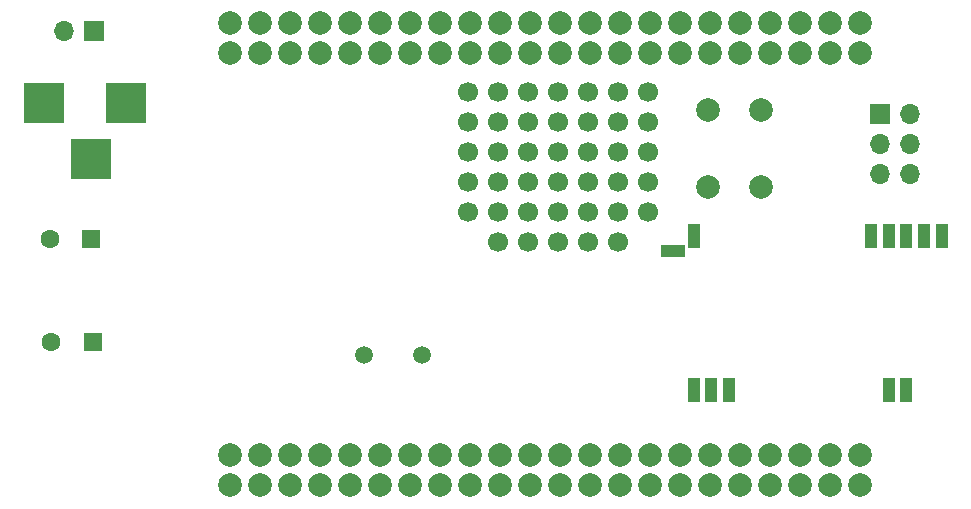
<source format=gbs>
G04 #@! TF.GenerationSoftware,KiCad,Pcbnew,(6.0.5)*
G04 #@! TF.CreationDate,2023-02-02T23:15:04-06:00*
G04 #@! TF.ProjectId,PIC18BT_MCE_Board,50494331-3842-4545-9f4d-43455f426f61,rev?*
G04 #@! TF.SameCoordinates,Original*
G04 #@! TF.FileFunction,Soldermask,Bot*
G04 #@! TF.FilePolarity,Negative*
%FSLAX46Y46*%
G04 Gerber Fmt 4.6, Leading zero omitted, Abs format (unit mm)*
G04 Created by KiCad (PCBNEW (6.0.5)) date 2023-02-02 23:15:04*
%MOMM*%
%LPD*%
G01*
G04 APERTURE LIST*
%ADD10R,1.600000X1.600000*%
%ADD11C,1.600000*%
%ADD12C,1.700000*%
%ADD13C,1.500000*%
%ADD14C,2.000000*%
%ADD15R,3.500000X3.500000*%
%ADD16R,1.700000X1.700000*%
%ADD17O,1.700000X1.700000*%
%ADD18R,1.000000X2.000000*%
%ADD19R,2.000000X1.000000*%
G04 APERTURE END LIST*
D10*
X111752651Y-102400000D03*
D11*
X108252651Y-102400000D03*
D12*
X143510000Y-88900000D03*
X143510000Y-86360000D03*
X151130000Y-91440000D03*
X143510000Y-83820000D03*
X151130000Y-88900000D03*
X151130000Y-83820000D03*
X151130000Y-93980000D03*
X156210000Y-88900000D03*
X153670000Y-93980000D03*
X158750000Y-88900000D03*
X146050000Y-91440000D03*
X148590000Y-81280000D03*
X158750000Y-86360000D03*
X151130000Y-86360000D03*
D13*
X139590000Y-103540000D03*
X134690000Y-103540000D03*
D12*
X153665328Y-83805986D03*
X158750000Y-83820000D03*
X146050000Y-83820000D03*
X143510000Y-81280000D03*
X146050000Y-88900000D03*
X148590000Y-88900000D03*
X151130000Y-81280000D03*
X153665328Y-91425986D03*
D14*
X123330000Y-112000000D03*
X123330000Y-114540000D03*
X125870000Y-112000000D03*
X125870000Y-114540000D03*
X128410000Y-112000000D03*
X128410000Y-114540000D03*
X130950000Y-114540000D03*
X130950000Y-112000000D03*
X133490000Y-112000000D03*
X133490000Y-114540000D03*
X136030000Y-114540000D03*
X136030000Y-112000000D03*
X138570000Y-112000000D03*
X138570000Y-114540000D03*
X141110000Y-114540000D03*
X141110000Y-112000000D03*
X143650000Y-114540000D03*
X143650000Y-112000000D03*
X146190000Y-112000000D03*
X146190000Y-114540000D03*
X148730000Y-112000000D03*
X148730000Y-114540000D03*
X151270000Y-112000000D03*
X151270000Y-114540000D03*
X153810000Y-114540000D03*
X153810000Y-112000000D03*
X156350000Y-112000000D03*
X156350000Y-114540000D03*
X158890000Y-114540000D03*
X158890000Y-112000000D03*
X161430000Y-112000000D03*
X161430000Y-114540000D03*
X163970000Y-114540000D03*
X163970000Y-112000000D03*
X166510000Y-114540000D03*
X166510000Y-112000000D03*
X169050000Y-112000000D03*
X169050000Y-114540000D03*
X171590000Y-112000000D03*
X171590000Y-114540000D03*
X174130000Y-112000000D03*
X174130000Y-114540000D03*
X176670000Y-112000000D03*
X176670000Y-114540000D03*
X176670000Y-75460000D03*
X176670000Y-78000000D03*
X174130000Y-78000000D03*
X174130000Y-75460000D03*
X171590000Y-75460000D03*
X171590000Y-78000000D03*
X169050000Y-78000000D03*
X169050000Y-75460000D03*
X166510000Y-75460000D03*
X166510000Y-78000000D03*
X163970000Y-78000000D03*
X163970000Y-75460000D03*
X161430000Y-78000000D03*
X161430000Y-75460000D03*
X158890000Y-75460000D03*
X158890000Y-78000000D03*
X156350000Y-75460000D03*
X156350000Y-78000000D03*
X153810000Y-78000000D03*
X153810000Y-75460000D03*
X151270000Y-75460000D03*
X151270000Y-78000000D03*
X148730000Y-75460000D03*
X148730000Y-78000000D03*
X146190000Y-75460000D03*
X146190000Y-78000000D03*
X143650000Y-78000000D03*
X143650000Y-75460000D03*
X141110000Y-75460000D03*
X141110000Y-78000000D03*
X138570000Y-75460000D03*
X138570000Y-78000000D03*
X136030000Y-78000000D03*
X136030000Y-75460000D03*
X133490000Y-78000000D03*
X133490000Y-75460000D03*
X130950000Y-78000000D03*
X130950000Y-75460000D03*
X128410000Y-78000000D03*
X128410000Y-75460000D03*
X125870000Y-75460000D03*
X125870000Y-78000000D03*
X123330000Y-78000000D03*
X123330000Y-75460000D03*
D10*
X111634651Y-93726000D03*
D11*
X108134651Y-93726000D03*
D12*
X158750000Y-81280000D03*
X156210000Y-86360000D03*
X148590000Y-83820000D03*
X156210000Y-93980000D03*
X156210000Y-91440000D03*
X146050000Y-93980000D03*
X153665328Y-86345986D03*
D15*
X114600000Y-82200000D03*
X107600000Y-82200000D03*
X111600000Y-86900000D03*
D12*
X146050000Y-81280000D03*
X148590000Y-91440000D03*
X153670000Y-81280000D03*
X143510000Y-91440000D03*
X156210000Y-81280000D03*
D14*
X163800000Y-82775000D03*
X163800000Y-89275000D03*
X168300000Y-89275000D03*
X168300000Y-82775000D03*
D12*
X148590000Y-86360000D03*
X153665328Y-88885986D03*
D16*
X111835000Y-76120000D03*
D17*
X109295000Y-76120000D03*
D12*
X148590000Y-93980000D03*
X158750000Y-91440000D03*
X146050000Y-86360000D03*
X156210000Y-83820000D03*
D16*
X178370000Y-83120000D03*
D17*
X180910000Y-83120000D03*
X178370000Y-85660000D03*
X180910000Y-85660000D03*
X178370000Y-88200000D03*
X180910000Y-88200000D03*
D18*
X180630000Y-106450000D03*
X179130000Y-106450000D03*
X165630000Y-106450000D03*
X164130000Y-106450000D03*
X162630000Y-106450000D03*
D19*
X160880000Y-94700000D03*
D18*
X162630000Y-93450000D03*
X177630000Y-93450000D03*
X179130000Y-93450000D03*
X180630000Y-93450000D03*
X182130000Y-93450000D03*
X183630000Y-93450000D03*
M02*

</source>
